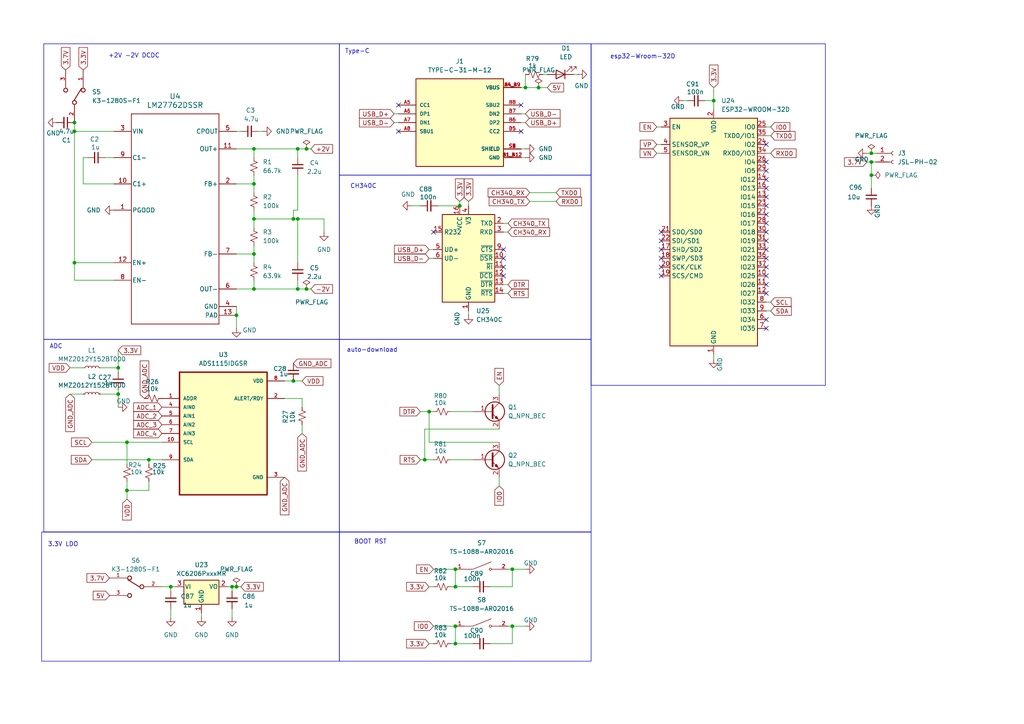
<source format=kicad_sch>
(kicad_sch (version 20231120) (generator "eeschema") (generator_version "8.0")
  (paper "A4")
  (lib_symbols
    (symbol "ADS1115IDGSR:ADS1115IDGSR" (pin_names (offset 1.016))
      (property "Reference" "U" (at -12.7 18.78 0))
      (property "Value" "ADS1115IDGSR" (at -12.7 -21.78 0))
      (symbol "ADS1115IDGSR_0_0"
        (pin input line (at -17.78 10.16 0) (length 5.08) (name "ADDR") (number "1"))
        (pin input line (at -17.78 -2.54 0) (length 5.08) (name "SCL") (number "10"))
        (pin output line (at 17.78 10.16 180) (length 5.08) (name "ALERT/RDY") (number "2"))
        (pin power_in line (at 17.78 -12.7 180) (length 5.08) (name "GND") (number "3"))
        (pin input line (at -17.78 7.62 0) (length 5.08) (name "AIN0") (number "4"))
        (pin input line (at -17.78 5.08 0) (length 5.08) (name "AIN1") (number "5"))
        (pin input line (at -17.78 2.54 0) (length 5.08) (name "AIN2") (number "6"))
        (pin input line (at -17.78 0 0) (length 5.08) (name "AIN3") (number "7"))
        (pin power_in line (at 17.78 15.24 180) (length 5.08) (name "VDD") (number "8"))
        (pin bidirectional line (at -17.78 -7.62 0) (length 5.08) (name "SDA") (number "9"))
      )
    )
    (symbol "Connector:Conn_01x02_Socket" (pin_names (offset 1.016) hide)
      (property "Reference" "J" (at 0 2.54 0))
      (property "Value" "Conn_01x02_Socket" (at 0 -5.08 0))
      (symbol "Conn_01x02_Socket_1_1"
        (pin passive line (at -5.08 0 0) (length 3.81) (name "Pin_1") (number "1"))
        (pin passive line (at -5.08 -2.54 0) (length 3.81) (name "Pin_2") (number "2"))
      )
    )
    (symbol "Device:C_Small" (pin_numbers hide) (pin_names (offset 0.254) hide)
      (property "Reference" "C" (at 0.254 1.778 0))
      (property "Value" "C_Small" (at 0.254 -2.032 0))
      (symbol "C_Small_1_1"
        (pin passive line (at 0 2.54 270) (length 2.032) (name "~") (number "1"))
        (pin passive line (at 0 -2.54 90) (length 2.032) (name "~") (number "2"))
      )
    )
    (symbol "Device:LED" (pin_numbers hide) (pin_names (offset 1.016) hide)
      (property "Reference" "D" (at 0 2.54 0))
      (property "Value" "LED" (at 0 -2.54 0))
      (symbol "LED_1_1"
        (pin passive line (at -3.81 0 0) (length 2.54) (name "K") (number "1"))
        (pin passive line (at 3.81 0 180) (length 2.54) (name "A") (number "2"))
      )
    )
    (symbol "Device:L_Small" (pin_numbers hide) (pin_names (offset 0.254) hide)
      (property "Reference" "L" (at 0.762 1.016 0))
      (property "Value" "L_Small" (at 0.762 -1.016 0))
      (symbol "L_Small_1_1"
        (pin passive line (at 0 2.54 270) (length 0.508) (name "~") (number "1"))
        (pin passive line (at 0 -2.54 90) (length 0.508) (name "~") (number "2"))
      )
    )
    (symbol "Device:Q_NPN_BEC" (pin_names (offset 0) hide)
      (property "Reference" "Q" (at 5.08 1.27 0))
      (property "Value" "Q_NPN_BEC" (at 5.08 -1.27 0))
      (symbol "Q_NPN_BEC_1_1"
        (pin input line (at -5.08 0 0) (length 5.715) (name "B") (number "1"))
        (pin passive line (at 2.54 -5.08 90) (length 2.54) (name "E") (number "2"))
        (pin passive line (at 2.54 5.08 270) (length 2.54) (name "C") (number "3"))
      )
    )
    (symbol "Device:R_Small_US" (pin_numbers hide) (pin_names (offset 0.254) hide)
      (property "Reference" "R" (at 0.762 0.508 0))
      (property "Value" "R_Small_US" (at 0.762 -1.016 0))
      (symbol "R_Small_US_1_1"
        (pin passive line (at 0 2.54 270) (length 1.016) (name "~") (number "1"))
        (pin passive line (at 0 -2.54 90) (length 1.016) (name "~") (number "2"))
      )
    )
    (symbol "Interface_USB:CH340C"
      (property "Reference" "U" (at -5.08 13.97 0))
      (property "Value" "CH340C" (at 1.27 13.97 0))
      (symbol "CH340C_1_1"
        (pin power_in line (at 0 -15.24 90) (length 2.54) (name "GND") (number "1"))
        (pin input line (at 10.16 0 180) (length 2.54) (name "~{DSR}") (number "10"))
        (pin input line (at 10.16 -2.54 180) (length 2.54) (name "~{RI}") (number "11"))
        (pin input line (at 10.16 -5.08 180) (length 2.54) (name "~{DCD}") (number "12"))
        (pin output line (at 10.16 -7.62 180) (length 2.54) (name "~{DTR}") (number "13"))
        (pin output line (at 10.16 -10.16 180) (length 2.54) (name "~{RTS}") (number "14"))
        (pin input line (at -10.16 7.62 0) (length 2.54) (name "R232") (number "15"))
        (pin power_in line (at -2.54 15.24 270) (length 2.54) (name "VCC") (number "16"))
        (pin output line (at 10.16 10.16 180) (length 2.54) (name "TXD") (number "2"))
        (pin input line (at 10.16 7.62 180) (length 2.54) (name "RXD") (number "3"))
        (pin power_out line (at 0 15.24 270) (length 2.54) (name "V3") (number "4"))
        (pin bidirectional line (at -10.16 2.54 0) (length 2.54) (name "UD+") (number "5"))
        (pin bidirectional line (at -10.16 0 0) (length 2.54) (name "UD-") (number "6"))
        (pin no_connect line (at -7.62 -5.08 0) (length 2.54) hide (name "NC") (number "7"))
        (pin no_connect line (at -7.62 -7.62 0) (length 2.54) hide (name "NC") (number "8"))
        (pin input line (at 10.16 2.54 180) (length 2.54) (name "~{CTS}") (number "9"))
      )
    )
    (symbol "JS102011SAQN:JS102011SAQN" (pin_names (offset 1.016))
      (property "Reference" "S" (at -7.6229 5.0819 0))
      (property "Value" "JS102011SAQN" (at -7.6286 -5.0857 0))
      (symbol "JS102011SAQN_0_0"
        (pin passive line (at -7.62 2.54 0) (length 5.08) (name "~") (number "1"))
        (pin passive line (at 7.62 0 180) (length 5.08) (name "~") (number "2"))
        (pin passive line (at -7.62 -2.54 0) (length 5.08) (name "~") (number "3"))
      )
    )
    (symbol "LM27762DSSR:LM27762DSSR" (pin_names (offset 0.254))
      (property "Reference" "U" (at 0 2.54 0))
      (property "Value" "LM27762DSSR" (at 0 0 0))
      (symbol "LM27762DSSR_0_1"
        (pin open_collector line (at -17.78 2.54 0) (length 5.08) (name "PGOOD") (number "1"))
        (pin unspecified line (at -17.78 10.16 0) (length 5.08) (name "C1+") (number "10"))
        (pin power_in line (at 17.78 20.32 180) (length 5.08) (name "OUT+") (number "11"))
        (pin input line (at -17.78 -12.7 0) (length 5.08) (name "EN+") (number "12"))
        (pin power_in line (at 17.78 -27.94 180) (length 5.08) (name "PAD") (number "13"))
        (pin input line (at 17.78 10.16 180) (length 5.08) (name "FB+") (number "2"))
        (pin power_in line (at -17.78 25.4 0) (length 5.08) (name "VIN") (number "3"))
        (pin power_in line (at 17.78 -25.4 180) (length 5.08) (name "GND") (number "4"))
        (pin power_in line (at 17.78 25.4 180) (length 5.08) (name "CPOUT") (number "5"))
        (pin power_in line (at 17.78 -20.32 180) (length 5.08) (name "OUT-") (number "6"))
        (pin input line (at 17.78 -10.16 180) (length 5.08) (name "FB-") (number "7"))
        (pin input line (at -17.78 -17.78 0) (length 5.08) (name "EN-") (number "8"))
        (pin unspecified line (at -17.78 17.78 0) (length 5.08) (name "C1-") (number "9"))
      )
    )
    (symbol "RF_Module:ESP32-WROOM-32D"
      (property "Reference" "U" (at -12.7 34.29 0))
      (property "Value" "ESP32-WROOM-32D" (at 1.27 34.29 0))
      (symbol "ESP32-WROOM-32D_1_1"
        (pin power_in line (at 0 -35.56 90) (length 2.54) (name "GND") (number "1"))
        (pin bidirectional line (at 15.24 -12.7 180) (length 2.54) (name "IO25") (number "10"))
        (pin bidirectional line (at 15.24 -15.24 180) (length 2.54) (name "IO26") (number "11"))
        (pin bidirectional line (at 15.24 -17.78 180) (length 2.54) (name "IO27") (number "12"))
        (pin bidirectional line (at 15.24 10.16 180) (length 2.54) (name "IO14") (number "13"))
        (pin bidirectional line (at 15.24 15.24 180) (length 2.54) (name "IO12") (number "14"))
        (pin passive line (at 0 -35.56 90) (length 2.54) hide (name "GND") (number "15"))
        (pin bidirectional line (at 15.24 12.7 180) (length 2.54) (name "IO13") (number "16"))
        (pin bidirectional line (at -15.24 -5.08 0) (length 2.54) (name "SHD/SD2") (number "17"))
        (pin bidirectional line (at -15.24 -7.62 0) (length 2.54) (name "SWP/SD3") (number "18"))
        (pin bidirectional line (at -15.24 -12.7 0) (length 2.54) (name "SCS/CMD") (number "19"))
        (pin power_in line (at 0 35.56 270) (length 2.54) (name "VDD") (number "2"))
        (pin bidirectional line (at -15.24 -10.16 0) (length 2.54) (name "SCK/CLK") (number "20"))
        (pin bidirectional line (at -15.24 0 0) (length 2.54) (name "SDO/SD0") (number "21"))
        (pin bidirectional line (at -15.24 -2.54 0) (length 2.54) (name "SDI/SD1") (number "22"))
        (pin bidirectional line (at 15.24 7.62 180) (length 2.54) (name "IO15") (number "23"))
        (pin bidirectional line (at 15.24 25.4 180) (length 2.54) (name "IO2") (number "24"))
        (pin bidirectional line (at 15.24 30.48 180) (length 2.54) (name "IO0") (number "25"))
        (pin bidirectional line (at 15.24 20.32 180) (length 2.54) (name "IO4") (number "26"))
        (pin bidirectional line (at 15.24 5.08 180) (length 2.54) (name "IO16") (number "27"))
        (pin bidirectional line (at 15.24 2.54 180) (length 2.54) (name "IO17") (number "28"))
        (pin bidirectional line (at 15.24 17.78 180) (length 2.54) (name "IO5") (number "29"))
        (pin input line (at -15.24 30.48 0) (length 2.54) (name "EN") (number "3"))
        (pin bidirectional line (at 15.24 0 180) (length 2.54) (name "IO18") (number "30"))
        (pin bidirectional line (at 15.24 -2.54 180) (length 2.54) (name "IO19") (number "31"))
        (pin no_connect line (at -12.7 -27.94 0) (length 2.54) hide (name "NC") (number "32"))
        (pin bidirectional line (at 15.24 -5.08 180) (length 2.54) (name "IO21") (number "33"))
        (pin bidirectional line (at 15.24 22.86 180) (length 2.54) (name "RXD0/IO3") (number "34"))
        (pin bidirectional line (at 15.24 27.94 180) (length 2.54) (name "TXD0/IO1") (number "35"))
        (pin bidirectional line (at 15.24 -7.62 180) (length 2.54) (name "IO22") (number "36"))
        (pin bidirectional line (at 15.24 -10.16 180) (length 2.54) (name "IO23") (number "37"))
        (pin passive line (at 0 -35.56 90) (length 2.54) hide (name "GND") (number "38"))
        (pin passive line (at 0 -35.56 90) (length 2.54) hide (name "GND") (number "39"))
        (pin input line (at -15.24 25.4 0) (length 2.54) (name "SENSOR_VP") (number "4"))
        (pin input line (at -15.24 22.86 0) (length 2.54) (name "SENSOR_VN") (number "5"))
        (pin input line (at 15.24 -25.4 180) (length 2.54) (name "IO34") (number "6"))
        (pin input line (at 15.24 -27.94 180) (length 2.54) (name "IO35") (number "7"))
        (pin bidirectional line (at 15.24 -20.32 180) (length 2.54) (name "IO32") (number "8"))
        (pin bidirectional line (at 15.24 -22.86 180) (length 2.54) (name "IO33") (number "9"))
      )
    )
    (symbol "Regulator_Linear:XC6206PxxxMR" (pin_names (offset 0.254))
      (property "Reference" "U" (at -3.81 3.175 0))
      (property "Value" "XC6206PxxxMR" (at 0 3.175 0))
      (symbol "XC6206PxxxMR_1_1"
        (pin power_in line (at 0 -7.62 90) (length 2.54) (name "GND") (number "1"))
        (pin power_out line (at 7.62 0 180) (length 2.54) (name "VO") (number "2"))
        (pin power_in line (at -7.62 0 0) (length 2.54) (name "VI") (number "3"))
      )
    )
    (symbol "TS-1088-AR02016:TS-1088-AR02016" (pin_names (offset 1.016))
      (property "Reference" "S" (at -2.54 2.54 0))
      (property "Value" "TS-1088-AR02016" (at -2.54 -2.54 0))
      (symbol "TS-1088-AR02016_0_0"
        (pin passive line (at -7.62 0 0) (length 2.54) (name "~") (number "1"))
        (pin passive line (at 7.62 0 180) (length 2.54) (name "~") (number "2"))
      )
    )
    (symbol "TYPE-C-31-M-12:TYPE-C-31-M-12" (pin_names (offset 1.016))
      (property "Reference" "J" (at -12.7 13.462 0))
      (property "Value" "TYPE-C-31-M-12" (at -12.7 -13.462 0))
      (symbol "TYPE-C-31-M-12_0_0"
        (pin power_in line (at 17.78 -10.16 180) (length 5.08) (name "GND") (number "A1_B12"))
        (pin power_in line (at 17.78 10.16 180) (length 5.08) (name "VBUS") (number "A4_B9"))
        (pin bidirectional line (at -17.78 5.08 0) (length 5.08) (name "CC1") (number "A5"))
        (pin bidirectional line (at -17.78 2.54 0) (length 5.08) (name "DP1") (number "A6"))
        (pin bidirectional line (at -17.78 0 0) (length 5.08) (name "DN1") (number "A7"))
        (pin bidirectional line (at -17.78 -2.54 0) (length 5.08) (name "SBU1") (number "A8"))
        (pin power_in line (at 17.78 -10.16 180) (length 5.08) (name "GND") (number "B1_A12"))
        (pin power_in line (at 17.78 10.16 180) (length 5.08) (name "VBUS") (number "B4_A9"))
        (pin bidirectional line (at 17.78 -2.54 180) (length 5.08) (name "CC2") (number "B5"))
        (pin bidirectional line (at 17.78 0 180) (length 5.08) (name "DP2") (number "B6"))
        (pin bidirectional line (at 17.78 2.54 180) (length 5.08) (name "DN2") (number "B7"))
        (pin bidirectional line (at 17.78 5.08 180) (length 5.08) (name "SBU2") (number "B8"))
        (pin passive line (at 17.78 -7.62 180) (length 5.08) (name "SHIELD") (number "S1"))
        (pin passive line (at 17.78 -7.62 180) (length 5.08) (name "SHIELD") (number "S2"))
        (pin passive line (at 17.78 -7.62 180) (length 5.08) (name "SHIELD") (number "S3"))
        (pin passive line (at 17.78 -7.62 180) (length 5.08) (name "SHIELD") (number "S4"))
      )
    )
    (symbol "power:GND" (power) (pin_numbers hide) (pin_names (offset 0) hide)
      (property "Value" "GND" (at 0 -3.81 0))
      (symbol "GND_1_1"
        (pin power_in line (at 0 0 270) (length 0) (name "~") (number "1"))
      )
    )
    (symbol "power:PWR_FLAG" (power) (pin_numbers hide) (pin_names (offset 0) hide)
      (property "Value" "PWR_FLAG" (at 0 3.81 0))
      (symbol "PWR_FLAG_0_0"
        (pin power_out line (at 0 0 90) (length 0) (name "~") (number "1"))
      )
    )
  )
  (junction (at 34.29 106.68))
  (junction (at 73.66 43.18))
  (junction (at 124.46 119.38))
  (junction (at 88.9 83.82))
  (junction (at 132.08 170.18))
  (junction (at 132.08 165.1))
  (junction (at 36.83 128.27))
  (junction (at 67.31 170.18))
  (junction (at 252.73 46.99))
  (junction (at 68.58 91.44))
  (junction (at 43.18 133.35))
  (junction (at 148.59 165.1))
  (junction (at 86.36 63.5))
  (junction (at 152.4 25.4))
  (junction (at 21.59 76.2))
  (junction (at 88.9 43.18))
  (junction (at 207.01 29.21))
  (junction (at 73.66 73.66))
  (junction (at 86.36 43.18))
  (junction (at 133.35 59.69))
  (junction (at 21.59 35.56))
  (junction (at 252.73 44.45))
  (junction (at 49.53 170.18))
  (junction (at 86.36 83.82))
  (junction (at 21.59 38.1))
  (junction (at 73.66 53.34))
  (junction (at 68.58 170.18))
  (junction (at 156.21 25.4))
  (junction (at 73.66 63.5))
  (junction (at 36.83 142.24))
  (junction (at 132.08 181.61))
  (junction (at 132.08 186.69))
  (junction (at 73.66 83.82))
  (junction (at 85.09 63.5))
  (junction (at 123.19 133.35))
  (junction (at 85.09 110.49))
  (junction (at 34.29 114.3))
  (junction (at 148.59 181.61))
  (junction (at 252.73 50.8))
  (no_connect (at 222.25 57.15))
  (no_connect (at 191.77 67.31))
  (no_connect (at 146.05 72.39))
  (no_connect (at 222.25 62.23))
  (no_connect (at 222.25 72.39))
  (no_connect (at 151.13 30.48))
  (no_connect (at 115.57 38.1))
  (no_connect (at 222.25 80.01))
  (no_connect (at 222.25 41.91))
  (no_connect (at 191.77 80.01))
  (no_connect (at 222.25 69.85))
  (no_connect (at 146.05 74.93))
  (no_connect (at 222.25 54.61))
  (no_connect (at 125.73 67.31))
  (no_connect (at 191.77 72.39))
  (no_connect (at 222.25 95.25))
  (no_connect (at 222.25 52.07))
  (no_connect (at 222.25 49.53))
  (no_connect (at 151.13 38.1))
  (no_connect (at 222.25 67.31))
  (no_connect (at 191.77 69.85))
  (no_connect (at 222.25 85.09))
  (no_connect (at 222.25 64.77))
  (no_connect (at 222.25 77.47))
  (no_connect (at 222.25 74.93))
  (no_connect (at 191.77 74.93))
  (no_connect (at 222.25 59.69))
  (no_connect (at 146.05 77.47))
  (no_connect (at 222.25 46.99))
  (no_connect (at 115.57 30.48))
  (no_connect (at 222.25 92.71))
  (no_connect (at 222.25 82.55))
  (no_connect (at 146.05 80.01))
  (no_connect (at 191.77 77.47))
  (wire (pts (xy 68.58 170.18) (xy 69.85 170.18)))
  (wire (pts (xy 73.66 63.5) (xy 85.09 63.5)))
  (wire (pts (xy 144.78 111.76) (xy 144.78 114.3)))
  (wire (pts (xy 252.73 50.8) (xy 252.73 54.61)))
  (wire (pts (xy 123.19 133.35) (xy 121.92 133.35)))
  (wire (pts (xy 130.81 186.69) (xy 132.08 186.69)))
  (wire (pts (xy 20.32 106.68) (xy 24.13 106.68)))
  (wire (pts (xy 124.46 119.38) (xy 125.73 119.38)))
  (wire (pts (xy 21.59 35.56) (xy 21.59 38.1)))
  (wire (pts (xy 33.02 45.72) (xy 30.48 45.72)))
  (wire (pts (xy 252.73 44.45) (xy 254 44.45)))
  (wire (pts (xy 152.4 25.4) (xy 156.21 25.4)))
  (wire (pts (xy 130.81 133.35) (xy 137.16 133.35)))
  (wire (pts (xy 73.66 81.28) (xy 73.66 83.82)))
  (wire (pts (xy 20.32 114.3) (xy 24.13 114.3)))
  (wire (pts (xy 85.09 110.49) (xy 87.63 110.49)))
  (wire (pts (xy 207.01 29.21) (xy 207.01 31.75)))
  (wire (pts (xy 222.25 39.37) (xy 223.52 39.37)))
  (wire (pts (xy 86.36 60.96) (xy 85.09 60.96)))
  (wire (pts (xy 34.29 114.3) (xy 34.29 118.11)))
  (wire (pts (xy 148.59 170.18) (xy 148.59 165.1)))
  (wire (pts (xy 73.66 60.96) (xy 73.66 63.5)))
  (wire (pts (xy 151.13 25.4) (xy 152.4 25.4)))
  (wire (pts (xy 132.08 170.18) (xy 137.16 170.18)))
  (wire (pts (xy 68.58 53.34) (xy 73.66 53.34)))
  (wire (pts (xy 86.36 45.72) (xy 86.36 43.18)))
  (wire (pts (xy 82.55 115.57) (xy 87.63 115.57)))
  (wire (pts (xy 36.83 128.27) (xy 46.99 128.27)))
  (wire (pts (xy 198.12 29.21) (xy 199.39 29.21)))
  (wire (pts (xy 73.66 53.34) (xy 73.66 55.88)))
  (wire (pts (xy 26.67 128.27) (xy 36.83 128.27)))
  (wire (pts (xy 34.29 113.03) (xy 34.29 114.3)))
  (wire (pts (xy 86.36 63.5) (xy 93.98 63.5)))
  (wire (pts (xy 147.32 181.61) (xy 148.59 181.61)))
  (wire (pts (xy 85.09 60.96) (xy 85.09 63.5)))
  (wire (pts (xy 68.58 88.9) (xy 68.58 91.44)))
  (wire (pts (xy 146.05 67.31) (xy 147.32 67.31)))
  (wire (pts (xy 34.29 101.6) (xy 34.29 106.68)))
  (wire (pts (xy 123.19 124.46) (xy 123.19 133.35)))
  (wire (pts (xy 146.05 82.55) (xy 147.32 82.55)))
  (wire (pts (xy 148.59 186.69) (xy 148.59 181.61)))
  (wire (pts (xy 146.05 64.77) (xy 147.32 64.77)))
  (wire (pts (xy 46.99 170.18) (xy 49.53 170.18)))
  (wire (pts (xy 207.01 102.87) (xy 207.01 104.14)))
  (wire (pts (xy 73.66 50.8) (xy 73.66 53.34)))
  (wire (pts (xy 36.83 142.24) (xy 36.83 144.78)))
  (wire (pts (xy 156.21 25.4) (xy 158.75 25.4)))
  (wire (pts (xy 73.66 83.82) (xy 86.36 83.82)))
  (wire (pts (xy 33.02 81.28) (xy 21.59 81.28)))
  (wire (pts (xy 21.59 38.1) (xy 33.02 38.1)))
  (wire (pts (xy 68.58 91.44) (xy 68.58 95.25)))
  (wire (pts (xy 43.18 139.7) (xy 43.18 142.24)))
  (wire (pts (xy 86.36 50.8) (xy 86.36 60.96)))
  (wire (pts (xy 24.13 45.72) (xy 24.13 53.34)))
  (wire (pts (xy 124.46 170.18) (xy 125.73 170.18)))
  (wire (pts (xy 153.67 58.42) (xy 161.29 58.42)))
  (wire (pts (xy 142.24 186.69) (xy 148.59 186.69)))
  (wire (pts (xy 222.25 44.45) (xy 223.52 44.45)))
  (wire (pts (xy 115.57 33.02) (xy 114.3 33.02)))
  (wire (pts (xy 73.66 43.18) (xy 73.66 45.72)))
  (wire (pts (xy 153.67 55.88) (xy 161.29 55.88)))
  (wire (pts (xy 49.53 170.18) (xy 49.53 171.45)))
  (wire (pts (xy 124.46 128.27) (xy 124.46 119.38)))
  (wire (pts (xy 130.81 119.38) (xy 137.16 119.38)))
  (wire (pts (xy 73.66 73.66) (xy 73.66 76.2)))
  (wire (pts (xy 130.81 170.18) (xy 132.08 170.18)))
  (wire (pts (xy 86.36 83.82) (xy 88.9 83.82)))
  (wire (pts (xy 144.78 128.27) (xy 124.46 128.27)))
  (wire (pts (xy 86.36 76.2) (xy 86.36 63.5)))
  (wire (pts (xy 21.59 38.1) (xy 21.59 76.2)))
  (wire (pts (xy 43.18 133.35) (xy 43.18 134.62)))
  (wire (pts (xy 87.63 123.19) (xy 87.63 125.73)))
  (wire (pts (xy 135.89 90.17) (xy 135.89 91.44)))
  (wire (pts (xy 152.4 21.59) (xy 152.4 25.4)))
  (wire (pts (xy 73.66 63.5) (xy 73.66 66.04)))
  (wire (pts (xy 119.38 59.69) (xy 121.92 59.69)))
  (wire (pts (xy 146.05 85.09) (xy 147.32 85.09)))
  (wire (pts (xy 86.36 81.28) (xy 86.36 83.82)))
  (wire (pts (xy 222.25 87.63) (xy 223.52 87.63)))
  (wire (pts (xy 29.21 114.3) (xy 34.29 114.3)))
  (wire (pts (xy 125.73 181.61) (xy 132.08 181.61)))
  (wire (pts (xy 36.83 139.7) (xy 36.83 142.24)))
  (wire (pts (xy 252.73 46.99) (xy 252.73 50.8)))
  (wire (pts (xy 36.83 142.24) (xy 43.18 142.24)))
  (wire (pts (xy 114.3 35.56) (xy 115.57 35.56)))
  (wire (pts (xy 24.13 53.34) (xy 33.02 53.34)))
  (wire (pts (xy 82.55 110.49) (xy 85.09 110.49)))
  (wire (pts (xy 34.29 106.68) (xy 34.29 107.95)))
  (wire (pts (xy 124.46 186.69) (xy 125.73 186.69)))
  (wire (pts (xy 158.75 21.59) (xy 157.48 21.59)))
  (wire (pts (xy 68.58 83.82) (xy 73.66 83.82)))
  (wire (pts (xy 190.5 36.83) (xy 191.77 36.83)))
  (wire (pts (xy 67.31 176.53) (xy 67.31 179.07)))
  (wire (pts (xy 67.31 170.18) (xy 67.31 171.45)))
  (wire (pts (xy 85.09 63.5) (xy 86.36 63.5)))
  (wire (pts (xy 25.4 45.72) (xy 24.13 45.72)))
  (wire (pts (xy 21.59 81.28) (xy 21.59 76.2)))
  (wire (pts (xy 167.64 21.59) (xy 166.37 21.59)))
  (wire (pts (xy 74.93 38.1) (xy 76.2 38.1)))
  (wire (pts (xy 124.46 74.93) (xy 125.73 74.93)))
  (wire (pts (xy 148.59 181.61) (xy 152.4 181.61)))
  (wire (pts (xy 132.08 165.1) (xy 132.08 170.18)))
  (wire (pts (xy 132.08 181.61) (xy 132.08 186.69)))
  (wire (pts (xy 142.24 170.18) (xy 148.59 170.18)))
  (wire (pts (xy 204.47 29.21) (xy 207.01 29.21)))
  (wire (pts (xy 151.13 33.02) (xy 152.4 33.02)))
  (wire (pts (xy 29.21 106.68) (xy 34.29 106.68)))
  (wire (pts (xy 252.73 46.99) (xy 254 46.99)))
  (wire (pts (xy 88.9 43.18) (xy 90.17 43.18)))
  (wire (pts (xy 151.13 43.18) (xy 152.4 43.18)))
  (wire (pts (xy 68.58 38.1) (xy 69.85 38.1)))
  (wire (pts (xy 144.78 124.46) (xy 123.19 124.46)))
  (wire (pts (xy 144.78 138.43) (xy 144.78 140.97)))
  (wire (pts (xy 86.36 43.18) (xy 88.9 43.18)))
  (wire (pts (xy 68.58 73.66) (xy 73.66 73.66)))
  (wire (pts (xy 123.19 133.35) (xy 125.73 133.35)))
  (wire (pts (xy 36.83 128.27) (xy 36.83 134.62)))
  (wire (pts (xy 124.46 72.39) (xy 125.73 72.39)))
  (wire (pts (xy 26.67 133.35) (xy 43.18 133.35)))
  (wire (pts (xy 88.9 83.82) (xy 90.17 83.82)))
  (wire (pts (xy 87.63 115.57) (xy 87.63 118.11)))
  (wire (pts (xy 147.32 165.1) (xy 148.59 165.1)))
  (wire (pts (xy 68.58 43.18) (xy 73.66 43.18)))
  (wire (pts (xy 125.73 165.1) (xy 132.08 165.1)))
  (wire (pts (xy 251.46 44.45) (xy 252.73 44.45)))
  (wire (pts (xy 133.35 58.42) (xy 133.35 59.69)))
  (wire (pts (xy 49.53 176.53) (xy 49.53 179.07)))
  (wire (pts (xy 132.08 186.69) (xy 137.16 186.69)))
  (wire (pts (xy 222.25 36.83) (xy 223.52 36.83)))
  (wire (pts (xy 93.98 63.5) (xy 93.98 67.31)))
  (wire (pts (xy 190.5 41.91) (xy 191.77 41.91)))
  (wire (pts (xy 67.31 170.18) (xy 68.58 170.18)))
  (wire (pts (xy 135.89 58.42) (xy 135.89 59.69)))
  (wire (pts (xy 73.66 71.12) (xy 73.66 73.66)))
  (wire (pts (xy 222.25 90.17) (xy 223.52 90.17)))
  (wire (pts (xy 251.46 46.99) (xy 252.73 46.99)))
  (wire (pts (xy 66.04 170.18) (xy 67.31 170.18)))
  (wire (pts (xy 151.13 35.56) (xy 152.4 35.56)))
  (wire (pts (xy 21.59 76.2) (xy 33.02 76.2)))
  (wire (pts (xy 207.01 25.4) (xy 207.01 29.21)))
  (wire (pts (xy 148.59 165.1) (xy 152.4 165.1)))
  (wire (pts (xy 151.13 45.72) (xy 152.4 45.72)))
  (wire (pts (xy 43.18 133.35) (xy 46.99 133.35)))
  (wire (pts (xy 127 59.69) (xy 133.35 59.69)))
  (wire (pts (xy 121.92 119.38) (xy 124.46 119.38)))
  (wire (pts (xy 190.5 44.45) (xy 191.77 44.45)))
  (wire (pts (xy 73.66 43.18) (xy 86.36 43.18)))
  (wire (pts (xy 58.42 177.8) (xy 58.42 179.07)))
  (wire (pts (xy 49.53 170.18) (xy 50.8 170.18)))
  (rectangle (start 12.065 154.305) (end 98.425 191.77))
  (rectangle (start 171.45 12.7) (end 239.395 111.76))
  (rectangle (start 98.425 98.425) (end 171.45 154.305))
  (rectangle (start 12.7 98.425) (end 98.425 154.305))
  (rectangle (start 98.425 154.305) (end 171.45 191.77))
  (rectangle (start 12.7 12.7) (end 98.425 98.425))
  (rectangle (start 98.425 50.8) (end 171.45 98.425))
  (rectangle (start 98.425 12.7) (end 171.45 50.8))
  (text "ADC" (at 16.256 100.584 0) (effects (font (size 1.27 1.27))))
  (text "BOOT RST" (at 107.442 157.226 0) (effects (font (size 1.27 1.27))))
  (text "CH340C" (at 105.41 54.102 0) (effects (font (size 1.27 1.27))))
  (text "3.3V LDO" (at 18.288 157.988 0) (effects (font (size 1.27 1.27))))
  (text "auto-download" (at 107.95 101.6 0) (effects (font (size 1.27 1.27))))
  (text "+2V -2V DCDC" (at 38.862 16.256 0) (effects (font (size 1.27 1.27))))
  (text "Type-C" (at 103.632 14.986 0) (effects (font (size 1.27 1.27))))
  (text "esp32-Wroom-32D" (at 186.436 16.51 0) (effects (font (size 1.27 1.27))))
  (global_label "CH340_RX" (shape input) (at 147.32 67.31 0) (property "Intersheetrefs" "${INTERSHEET_REFS}" (effects (hide yes))))
  (global_label "3.3V" (shape input) (at 69.85 170.18 0) (property "Intersheetrefs" "${INTERSHEET_REFS}" (effects (hide yes))))
  (global_label "3.3V" (shape input) (at 133.35 58.42 90) (property "Intersheetrefs" "${INTERSHEET_REFS}" (effects (hide yes))))
  (global_label "3.7V" (shape input) (at 19.05 20.32 90) (property "Intersheetrefs" "${INTERSHEET_REFS}" (effects (hide yes))))
  (global_label "SCL" (shape input) (at 26.67 128.27 180) (property "Intersheetrefs" "${INTERSHEET_REFS}" (effects (hide yes))))
  (global_label "RXD0" (shape input) (at 161.29 58.42 0) (property "Intersheetrefs" "${INTERSHEET_REFS}" (effects (hide yes))))
  (global_label "EN" (shape input) (at 125.73 165.1 180) (property "Intersheetrefs" "${INTERSHEET_REFS}" (effects (hide yes))))
  (global_label "5V" (shape input) (at 31.75 172.72 180) (property "Intersheetrefs" "${INTERSHEET_REFS}" (effects (hide yes))))
  (global_label "RXD0" (shape input) (at 223.52 44.45 0) (property "Intersheetrefs" "${INTERSHEET_REFS}" (effects (hide yes))))
  (global_label "-2V" (shape input) (at 90.17 83.82 0) (property "Intersheetrefs" "${INTERSHEET_REFS}" (effects (hide yes))))
  (global_label "RTS" (shape input) (at 147.32 85.09 0) (property "Intersheetrefs" "${INTERSHEET_REFS}" (effects (hide yes))))
  (global_label "+2V" (shape input) (at 90.17 43.18 0) (property "Intersheetrefs" "${INTERSHEET_REFS}" (effects (hide yes))))
  (global_label "VP" (shape input) (at 190.5 41.91 180) (property "Intersheetrefs" "${INTERSHEET_REFS}" (effects (hide yes))))
  (global_label "VDD" (shape input) (at 20.32 106.68 180) (property "Intersheetrefs" "${INTERSHEET_REFS}" (effects (hide yes))))
  (global_label "3.7V" (shape input) (at 251.46 46.99 180) (property "Intersheetrefs" "${INTERSHEET_REFS}" (effects (hide yes))))
  (global_label "USB_D-" (shape input) (at 114.3 35.56 180) (property "Intersheetrefs" "${INTERSHEET_REFS}" (effects (hide yes))))
  (global_label "VDD" (shape input) (at 36.83 144.78 270) (property "Intersheetrefs" "${INTERSHEET_REFS}" (effects (hide yes))))
  (global_label "TXD0" (shape input) (at 223.52 39.37 0) (property "Intersheetrefs" "${INTERSHEET_REFS}" (effects (hide yes))))
  (global_label "USB_D+" (shape input) (at 124.46 72.39 180) (property "Intersheetrefs" "${INTERSHEET_REFS}" (effects (hide yes))))
  (global_label "GND_ADC" (shape input) (at 87.63 125.73 270) (property "Intersheetrefs" "${INTERSHEET_REFS}" (effects (hide yes))))
  (global_label "IO0" (shape input) (at 223.52 36.83 0) (property "Intersheetrefs" "${INTERSHEET_REFS}" (effects (hide yes))))
  (global_label "ADC_4" (shape input) (at 46.99 125.73 180) (property "Intersheetrefs" "${INTERSHEET_REFS}" (effects (hide yes))))
  (global_label "VN" (shape input) (at 190.5 44.45 180) (property "Intersheetrefs" "${INTERSHEET_REFS}" (effects (hide yes))))
  (global_label "TXD0" (shape input) (at 161.29 55.88 0) (property "Intersheetrefs" "${INTERSHEET_REFS}" (effects (hide yes))))
  (global_label "USB_D-" (shape input) (at 152.4 33.02 0) (property "Intersheetrefs" "${INTERSHEET_REFS}" (effects (hide yes))))
  (global_label "ADC_2" (shape input) (at 46.99 120.65 180) (property "Intersheetrefs" "${INTERSHEET_REFS}" (effects (hide yes))))
  (global_label "IO0" (shape input) (at 125.73 181.61 180) (property "Intersheetrefs" "${INTERSHEET_REFS}" (effects (hide yes))))
  (global_label "CH340_RX" (shape input) (at 153.67 55.88 180) (property "Intersheetrefs" "${INTERSHEET_REFS}" (effects (hide yes))))
  (global_label "DTR" (shape input) (at 121.92 119.38 180) (property "Intersheetrefs" "${INTERSHEET_REFS}" (effects (hide yes))))
  (global_label "USB_D+" (shape input) (at 152.4 35.56 0) (property "Intersheetrefs" "${INTERSHEET_REFS}" (effects (hide yes))))
  (global_label "SCL" (shape input) (at 223.52 87.63 0) (property "Intersheetrefs" "${INTERSHEET_REFS}" (effects (hide yes))))
  (global_label "CH340_TX" (shape input) (at 153.67 58.42 180) (property "Intersheetrefs" "${INTERSHEET_REFS}" (effects (hide yes))))
  (global_label "3.3V" (shape input) (at 207.01 25.4 90) (property "Intersheetrefs" "${INTERSHEET_REFS}" (effects (hide yes))))
  (global_label "3.3V" (shape input) (at 24.13 20.32 90) (property "Intersheetrefs" "${INTERSHEET_REFS}" (effects (hide yes))))
  (global_label "USB_D+" (shape input) (at 114.3 33.02 180) (property "Intersheetrefs" "${INTERSHEET_REFS}" (effects (hide yes))))
  (global_label "DTR" (shape input) (at 147.32 82.55 0) (property "Intersheetrefs" "${INTERSHEET_REFS}" (effects (hide yes))))
  (global_label "3.3V" (shape input) (at 135.89 58.42 90) (property "Intersheetrefs" "${INTERSHEET_REFS}" (effects (hide yes))))
  (global_label "5V" (shape input) (at 158.75 25.4 0) (property "Intersheetrefs" "${INTERSHEET_REFS}" (effects (hide yes))))
  (global_label "CH340_TX" (shape input) (at 147.32 64.77 0) (property "Intersheetrefs" "${INTERSHEET_REFS}" (effects (hide yes))))
  (global_label "GND_ADC" (shape input) (at 85.09 105.41 0) (property "Intersheetrefs" "${INTERSHEET_REFS}" (effects (hide yes))))
  (global_label "EN" (shape input) (at 190.5 36.83 180) (property "Intersheetrefs" "${INTERSHEET_REFS}" (effects (hide yes))))
  (global_label "USB_D-" (shape input) (at 124.46 74.93 180) (property "Intersheetrefs" "${INTERSHEET_REFS}" (effects (hide yes))))
  (global_label "GND_ADC" (shape input) (at 82.55 138.43 270) (property "Intersheetrefs" "${INTERSHEET_REFS}" (effects (hide yes))))
  (global_label "RTS" (shape input) (at 121.92 133.35 180) (property "Intersheetrefs" "${INTERSHEET_REFS}" (effects (hide yes))))
  (global_label "3.3V" (shape input) (at 34.29 101.6 0) (property "Intersheetrefs" "${INTERSHEET_REFS}" (effects (hide yes))))
  (global_label "ADC_3" (shape input) (at 46.99 123.19 180) (property "Intersheetrefs" "${INTERSHEET_REFS}" (effects (hide yes))))
  (global_label "3.3V" (shape input) (at 124.46 170.18 180) (property "Intersheetrefs" "${INTERSHEET_REFS}" (effects (hide yes))))
  (global_label "ADC_1" (shape input) (at 46.99 118.11 180) (property "Intersheetrefs" "${INTERSHEET_REFS}" (effects (hide yes))))
  (global_label "3.7V" (shape input) (at 31.75 167.64 180) (property "Intersheetrefs" "${INTERSHEET_REFS}" (effects (hide yes))))
  (global_label "3.3V" (shape input) (at 124.46 186.69 180) (property "Intersheetrefs" "${INTERSHEET_REFS}" (effects (hide yes))))
  (global_label "GND_ADC" (shape input) (at 20.32 114.3 270) (property "Intersheetrefs" "${INTERSHEET_REFS}" (effects (hide yes))))
  (global_label "EN" (shape input) (at 144.78 111.76 90) (property "Intersheetrefs" "${INTERSHEET_REFS}" (effects (hide yes))))
  (global_label "VDD" (shape input) (at 87.63 110.49 0) (property "Intersheetrefs" "${INTERSHEET_REFS}" (effects (hide yes))))
  (global_label "IO0" (shape input) (at 144.78 140.97 270) (property "Intersheetrefs" "${INTERSHEET_REFS}" (effects (hide yes))))
  (global_label "SDA" (shape input) (at 26.67 133.35 180) (property "Intersheetrefs" "${INTERSHEET_REFS}" (effects (hide yes))))
  (global_label "GND_ADC" (shape input) (at 41.91 115.57 90) (property "Intersheetrefs" "${INTERSHEET_REFS}" (effects (hide yes))))
  (global_label "SDA" (shape input) (at 223.52 90.17 0) (property "Intersheetrefs" "${INTERSHEET_REFS}" (effects (hide yes))))
  (symbol (lib_id "JS102011SAQN:JS102011SAQN") (at 39.37 170.18 0) (unit 1)
    (property "Reference" "S6" (at 39.37 162.56 0))
    (property "Value" "K3-1280S-F1" (at 39.37 165.1 0))
    (property "Footprint" "my_footprints:SW_JS102011SAQN" (effects (hide yes)))
    (property "MANUFACTURER" "C&K" (effects (hide yes)))
  )
  (symbol (lib_id "Device:C_Small") (at 139.7 170.18 90) (unit 1)
    (property "Reference" "C89" (at 140.208 166.37 90) (effects (justify left)))
    (property "Value" "100n" (at 139.446 167.894 90) (effects (justify left)))
    (property "Footprint" "Capacitor_SMD:C_0805_2012Metric" (effects (hide yes)))
    (property "Description" "Unpolarized capacitor, small symbol" (effects (hide yes)))
  )
  (symbol (lib_id "power:PWR_FLAG") (at 156.21 25.4 0) (unit 1)
    (property "Reference" "#FLG06" (effects (hide yes)))
    (property "Value" "PWR_FLAG" (at 156.21 20.32 0))
    (property "Description" "Special symbol for telling ERC where power comes from" (effects (hide yes)))
  )
  (symbol (lib_id "Device:Q_NPN_BEC") (at 142.24 119.38 0) (unit 1)
    (property "Reference" "Q1" (at 147.32 118.1099 0) (effects (justify left)))
    (property "Value" "Q_NPN_BEC" (at 147.32 120.6499 0) (effects (justify left)))
    (property "Footprint" "my_footprints:SOT-23" (effects (hide yes)))
    (property "Description" "NPN transistor, base/emitter/collector" (effects (hide yes)))
  )
  (symbol (lib_id "power:GND") (at 93.98 67.31 0) (unit 1)
    (property "Reference" "#PWR06" (effects (hide yes)))
    (property "Value" "GND" (at 93.98 72.39 0))
    (property "Description" "Power symbol creates a global label with name \"GND\" , ground" (effects (hide yes)))
  )
  (symbol (lib_id "TYPE-C-31-M-12:TYPE-C-31-M-12") (at 133.35 35.56 0) (unit 1)
    (property "Reference" "J1" (at 133.35 17.78 0))
    (property "Value" "TYPE-C-31-M-12" (at 133.35 20.32 0))
    (property "Footprint" "my_footprints:HRO_TYPE-C-31-M-12" (effects (hide yes)))
    (property "MF" "HRO Electronics Co., Ltd." (effects (hide yes)))
    (property "MAXIMUM_PACKAGE_HEIGHT" "3.26 mm" (effects (hide yes)))
    (property "Package" "Package" (effects (hide yes)))
    (property "Price" "None" (effects (hide yes)))
    (property "Check_prices" "https://www.snapeda.com/parts/TYPE-C-31-M-12/HRO+Electronics+Co.%252C+Ltd./view-part/?ref=eda" (effects (hide yes)))
    (property "STANDARD" "Manufacturer Recommendations" (effects (hide yes)))
    (property "PARTREV" "2020.12.08" (effects (hide yes)))
    (property "SnapEDA_Link" "https://www.snapeda.com/parts/TYPE-C-31-M-12/HRO+Electronics+Co.%252C+Ltd./view-part/?ref=snap" (effects (hide yes)))
    (property "MP" "TYPE-C-31-M-12" (effects (hide yes)))
    (property "Description_1" "\n                        \n                            USB Connectors 24 Receptacle 1 8.94*7.3mm RoHS\n                        \n" (effects (hide yes)))
    (property "SNAPEDA_PN" "TYPE-C-31-M-12" (effects (hide yes)))
    (property "Availability" "Not in stock" (effects (hide yes)))
    (property "MANUFACTURER" "HRO Electronics Co., Ltd." (effects (hide yes)))
  )
  (symbol (lib_id "Interface_USB:CH340C") (at 135.89 74.93 0) (unit 1)
    (property "Reference" "U25" (at 138.0841 90.17 0) (effects (justify left)))
    (property "Value" "CH340C" (at 138.0841 92.71 0) (effects (justify left)))
    (property "Footprint" "Package_SO:SOIC-16_3.9x9.9mm_P1.27mm" (effects (hide yes)))
    (property "Datasheet" "https://datasheet.lcsc.com/szlcsc/Jiangsu-Qin-Heng-CH340C_C84681.pdf" (effects (hide yes)))
    (property "Description" "USB serial converter, crystal-less, UART, SOIC-16" (effects (hide yes)))
  )
  (symbol (lib_id "Device:R_Small_US") (at 128.27 170.18 90) (unit 1)
    (property "Reference" "R82" (at 127.762 165.608 90))
    (property "Value" "10k" (at 127.762 167.64 90))
    (property "Footprint" "Resistor_SMD:R_0805_2012Metric" (effects (hide yes)))
    (property "Description" "Resistor, small US symbol" (effects (hide yes)))
  )
  (symbol (lib_id "RF_Module:ESP32-WROOM-32D") (at 207.01 67.31 0) (unit 1)
    (property "Reference" "U24" (at 209.2041 29.21 0) (effects (justify left)))
    (property "Value" "ESP32-WROOM-32D" (at 209.2041 31.75 0) (effects (justify left)))
    (property "Footprint" "RF_Module:ESP32-WROOM-32D" (effects (hide yes)))
    (property "Datasheet" "https://www.espressif.com/sites/default/files/documentation/esp32-wroom-32d_esp32-wroom-32u_datasheet_en.pdf" (effects (hide yes)))
    (property "Description" "RF Module, ESP32-D0WD SoC, Wi-Fi 802.11b/g/n, Bluetooth, BLE, 32-bit, 2.7-3.6V, onboard antenna, SMD" (effects (hide yes)))
  )
  (symbol (lib_id "ADS1115IDGSR:ADS1115IDGSR") (at 64.77 125.73 0) (unit 1)
    (property "Reference" "U3" (at 64.77 102.87 0))
    (property "Value" "ADS1115IDGSR" (at 64.77 105.41 0))
    (property "Footprint" "my_footprints:SOP50P490X110-10N" (effects (hide yes)))
  )
  (symbol (lib_id "Device:C_Small") (at 85.09 107.95 0) (unit 1)
    (property "Reference" "C28" (at 79.248 106.934 0) (effects (justify left)))
    (property "Value" "1u" (at 81.026 108.458 0) (effects (justify left)))
    (property "Footprint" "Capacitor_SMD:C_0805_2012Metric" (effects (hide yes)))
    (property "Description" "Unpolarized capacitor, small symbol" (effects (hide yes)))
  )
  (symbol (lib_id "power:GND") (at 152.4 165.1 90) (unit 1)
    (property "Reference" "#PWR0100" (effects (hide yes)))
    (property "Value" "GND" (at 151.892 163.322 90) (effects (justify right)))
    (property "Description" "Power symbol creates a global label with name \"GND\" , ground" (effects (hide yes)))
  )
  (symbol (lib_id "power:GND") (at 152.4 43.18 90) (unit 1)
    (property "Reference" "#PWR096" (effects (hide yes)))
    (property "Value" "GND" (at 156.21 43.1799 90) (effects (justify right)))
    (property "Description" "Power symbol creates a global label with name \"GND\" , ground" (effects (hide yes)))
  )
  (symbol (lib_id "power:GND") (at 135.89 91.44 0) (unit 1)
    (property "Reference" "#PWR098" (effects (hide yes)))
    (property "Value" "GND" (at 132.588 90.424 90) (effects (justify right)))
    (property "Description" "Power symbol creates a global label with name \"GND\" , ground" (effects (hide yes)))
  )
  (symbol (lib_id "power:GND") (at 152.4 181.61 90) (unit 1)
    (property "Reference" "#PWR0101" (effects (hide yes)))
    (property "Value" "GND" (at 151.892 179.832 90) (effects (justify right)))
    (property "Description" "Power symbol creates a global label with name \"GND\" , ground" (effects (hide yes)))
  )
  (symbol (lib_id "TS-1088-AR02016:TS-1088-AR02016") (at 139.7 181.61 0) (unit 1)
    (property "Reference" "S8" (at 139.7 173.99 0))
    (property "Value" "TS-1088-AR02016" (at 139.7 176.53 0))
    (property "Footprint" "my_footprints:SW_TS-1088-AR02016" (effects (hide yes)))
    (property "MF" "Xunpu" (effects (hide yes)))
    (property "MAXIMUM_PACKAGE_HEIGHT" "2.0 mm" (effects (hide yes)))
    (property "Package" "Package" (effects (hide yes)))
    (property "Price" "None" (effects (hide yes)))
    (property "Check_prices" "https://www.snapeda.com/parts/TS-1088-AR02016/Xunpu/view-part/?ref=eda" (effects (hide yes)))
    (property "STANDARD" "Manufacturer Recommendations" (effects (hide yes)))
    (property "PARTREV" "N/A" (effects (hide yes)))
    (property "SnapEDA_Link" "https://www.snapeda.com/parts/TS-1088-AR02016/Xunpu/view-part/?ref=snap" (effects (hide yes)))
    (property "MP" "TS-1088-AR02016" (effects (hide yes)))
    (property "Description_1" "\n                        \n                            50mA 4mm 100MΩ 100,000 Times 12V 160gf 3mm 2mm Round Button Vertical welding SPST SMD Tactile Switches ROHS\n                        \n" (effects (hide yes)))
    (property "Availability" "Not in stock" (effects (hide yes)))
    (property "MANUFACTURER" "Xunpu" (effects (hide yes)))
  )
  (symbol (lib_id "Device:C_Small") (at 139.7 186.69 90) (unit 1)
    (property "Reference" "C90" (at 140.208 182.88 90) (effects (justify left)))
    (property "Value" "100n" (at 139.446 184.404 90) (effects (justify left)))
    (property "Footprint" "Capacitor_SMD:C_0805_2012Metric" (effects (hide yes)))
    (property "Description" "Unpolarized capacitor, small symbol" (effects (hide yes)))
  )
  (symbol (lib_id "Connector:Conn_01x02_Socket") (at 259.08 44.45 0) (unit 1)
    (property "Reference" "J3" (at 260.35 44.4499 0) (effects (justify left)))
    (property "Value" "JSL-PH-02" (at 260.35 46.9899 0) (effects (justify left)))
    (property "Footprint" "Connector_JST:JST_PH_B2B-PH-K_1x02_P2.00mm_Vertical" (effects (hide yes)))
    (property "Description" "B2B-PH-K-S(LF)(SN)" (effects (hide yes)))
  )
  (symbol (lib_id "power:PWR_FLAG") (at 68.58 170.18 0) (unit 1)
    (property "Reference" "#FLG05" (effects (hide yes)))
    (property "Value" "PWR_FLAG" (at 68.58 165.1 0))
    (property "Description" "Special symbol for telling ERC where power comes from" (effects (hide yes)))
  )
  (symbol (lib_id "Device:R_Small_US") (at 128.27 133.35 90) (unit 1)
    (property "Reference" "R81" (at 127.762 128.778 90))
    (property "Value" "10k" (at 127.762 130.81 90))
    (property "Footprint" "Resistor_SMD:R_0805_2012Metric" (effects (hide yes)))
    (property "Description" "Resistor, small US symbol" (effects (hide yes)))
  )
  (symbol (lib_id "power:PWR_FLAG") (at 88.9 43.18 0) (unit 1)
    (property "Reference" "#FLG03" (effects (hide yes)))
    (property "Value" "PWR_FLAG" (at 88.9 38.1 0))
    (property "Description" "Special symbol for telling ERC where power comes from" (effects (hide yes)))
  )
  (symbol (lib_id "Device:C_Small") (at 72.39 38.1 90) (unit 1)
    (property "Reference" "C3" (at 72.644 32.004 90))
    (property "Value" "4.7u" (at 72.898 34.544 90))
    (property "Footprint" "Capacitor_SMD:C_0805_2012Metric" (effects (hide yes)))
    (property "Description" "Unpolarized capacitor, small symbol" (effects (hide yes)))
  )
  (symbol (lib_id "power:PWR_FLAG") (at 88.9 83.82 0) (unit 1)
    (property "Reference" "#FLG04" (effects (hide yes)))
    (property "Value" "PWR_FLAG" (at 90.424 87.63 0))
    (property "Description" "Special symbol for telling ERC where power comes from" (effects (hide yes)))
  )
  (symbol (lib_id "Device:R_Small_US") (at 44.45 115.57 270) (unit 1)
    (property "Reference" "R26" (at 44.196 110.744 90))
    (property "Value" "10k" (at 44.196 112.776 90))
    (property "Footprint" "Resistor_SMD:R_0805_2012Metric" (effects (hide yes)))
    (property "Description" "Resistor, small US symbol" (effects (hide yes)))
  )
  (symbol (lib_id "Device:R_Small_US") (at 73.66 48.26 180) (unit 1)
    (property "Reference" "R1" (at 76.2 46.9899 0) (effects (justify right)))
    (property "Value" "66.7k" (at 76.2 49.5299 0) (effects (justify right)))
    (property "Footprint" "Resistor_SMD:R_0805_2012Metric" (effects (hide yes)))
    (property "Description" "Resistor, small US symbol" (effects (hide yes)))
  )
  (symbol (lib_id "Device:R_Small_US") (at 36.83 137.16 180) (unit 1)
    (property "Reference" "R24" (at 39.116 134.874 0))
    (property "Value" "10k" (at 39.624 136.906 0))
    (property "Footprint" "Resistor_SMD:R_0805_2012Metric" (effects (hide yes)))
    (property "Description" "Resistor, small US symbol" (effects (hide yes)))
  )
  (symbol (lib_id "power:GND") (at 252.73 59.69 0) (unit 1)
    (property "Reference" "#PWR0113" (effects (hide yes)))
    (property "Value" "GND" (at 254.508 59.182 90) (effects (justify right)))
    (property "Description" "Power symbol creates a global label with name \"GND\" , ground" (effects (hide yes)))
  )
  (symbol (lib_id "power:GND") (at 251.46 44.45 270) (unit 1)
    (property "Reference" "#PWR0104" (effects (hide yes)))
    (property "Value" "GND" (at 251.968 46.228 90) (effects (justify right)))
    (property "Description" "Power symbol creates a global label with name \"GND\" , ground" (effects (hide yes)))
  )
  (symbol (lib_id "power:GND") (at 67.31 179.07 0) (unit 1)
    (property "Reference" "#PWR093" (effects (hide yes)))
    (property "Value" "GND" (at 67.31 184.15 0))
    (property "Description" "Power symbol creates a global label with name \"GND\" , ground" (effects (hide yes)))
  )
  (symbol (lib_id "power:PWR_FLAG") (at 252.73 44.45 0) (unit 1)
    (property "Reference" "#FLG02" (effects (hide yes)))
    (property "Value" "PWR_FLAG" (at 252.73 39.37 0))
    (property "Description" "Special symbol for telling ERC where power comes from" (effects (hide yes)))
  )
  (symbol (lib_id "power:GND") (at 119.38 59.69 270) (unit 1)
    (property "Reference" "#PWR099" (effects (hide yes)))
    (property "Value" "GND" (at 120.396 56.388 90) (effects (justify right)))
    (property "Description" "Power symbol creates a global label with name \"GND\" , ground" (effects (hide yes)))
  )
  (symbol (lib_id "Device:C_Small") (at 67.31 173.99 0) (unit 1)
    (property "Reference" "C86" (at 72.136 172.974 0))
    (property "Value" "1u" (at 72.136 175.514 0))
    (property "Footprint" "Capacitor_SMD:C_0805_2012Metric" (effects (hide yes)))
    (property "Description" "Unpolarized capacitor, small symbol" (effects (hide yes)))
  )
  (symbol (lib_id "Device:C_Small") (at 86.36 78.74 0) (unit 1)
    (property "Reference" "C5" (at 91.186 77.724 0))
    (property "Value" "2.2u" (at 91.186 80.264 0))
    (property "Footprint" "Capacitor_SMD:C_0603_1608Metric" (effects (hide yes)))
    (property "Description" "Unpolarized capacitor, small symbol" (effects (hide yes)))
  )
  (symbol (lib_id "Device:R_Small_US") (at 128.27 119.38 90) (unit 1)
    (property "Reference" "R80" (at 127.762 114.808 90))
    (property "Value" "10k" (at 127.762 116.84 90))
    (property "Footprint" "Resistor_SMD:R_0805_2012Metric" (effects (hide yes)))
    (property "Description" "Resistor, small US symbol" (effects (hide yes)))
  )
  (symbol (lib_id "JS102011SAQN:JS102011SAQN") (at 21.59 27.94 270) (unit 1)
    (property "Reference" "S5" (at 26.67 26.6699 90) (effects (justify left)))
    (property "Value" "K3-1280S-F1" (at 26.67 29.2099 90) (effects (justify left)))
    (property "Footprint" "my_footprints:SW_JS102011SAQN" (effects (hide yes)))
    (property "MANUFACTURER" "C&K" (effects (hide yes)))
  )
  (symbol (lib_id "power:GND") (at 34.29 118.11 90) (unit 1)
    (property "Reference" "#PWR028" (effects (hide yes)))
    (property "Value" "GND" (at 33.782 116.332 90) (effects (justify right)))
    (property "Description" "Power symbol creates a global label with name \"GND\" , ground" (effects (hide yes)))
  )
  (symbol (lib_id "Device:R_Small_US") (at 128.27 186.69 90) (unit 1)
    (property "Reference" "R83" (at 127.762 182.118 90))
    (property "Value" "10k" (at 127.762 184.15 90))
    (property "Footprint" "Resistor_SMD:R_0805_2012Metric" (effects (hide yes)))
    (property "Description" "Resistor, small US symbol" (effects (hide yes)))
  )
  (symbol (lib_id "Regulator_Linear:XC6206PxxxMR") (at 58.42 170.18 0) (unit 1)
    (property "Reference" "U23" (at 58.42 163.83 0))
    (property "Value" "XC6206PxxxMR" (at 58.42 166.37 0))
    (property "Footprint" "Package_TO_SOT_SMD:SOT-23-3" (effects (hide yes)))
    (property "Datasheet" "https://www.torexsemi.com/file/xc6206/XC6206.pdf" (effects (hide yes)))
    (property "Description" "Positive 60-250mA Low Dropout Regulator, Fixed Output, SOT-23" (effects (hide yes)))
  )
  (symbol (lib_id "Device:R_Small_US") (at 73.66 58.42 180) (unit 1)
    (property "Reference" "R2" (at 76.2 57.1499 0) (effects (justify right)))
    (property "Value" "100k" (at 76.2 59.6899 0) (effects (justify right)))
    (property "Footprint" "Resistor_SMD:R_0603_1608Metric" (effects (hide yes)))
    (property "Description" "Resistor, small US symbol" (effects (hide yes)))
  )
  (symbol (lib_id "power:GND") (at 49.53 179.07 0) (unit 1)
    (property "Reference" "#PWR094" (effects (hide yes)))
    (property "Value" "GND" (at 49.53 184.15 0))
    (property "Description" "Power symbol creates a global label with name \"GND\" , ground" (effects (hide yes)))
  )
  (symbol (lib_id "power:GND") (at 152.4 45.72 90) (unit 1)
    (property "Reference" "#PWR095" (effects (hide yes)))
    (property "Value" "GND" (at 156.21 45.7199 90) (effects (justify right)))
    (property "Description" "Power symbol creates a global label with name \"GND\" , ground" (effects (hide yes)))
  )
  (symbol (lib_id "TS-1088-AR02016:TS-1088-AR02016") (at 139.7 165.1 0) (unit 1)
    (property "Reference" "S7" (at 139.7 157.48 0))
    (property "Value" "TS-1088-AR02016" (at 139.7 160.02 0))
    (property "Footprint" "my_footprints:SW_TS-1088-AR02016" (effects (hide yes)))
    (property "MF" "Xunpu" (effects (hide yes)))
    (property "MAXIMUM_PACKAGE_HEIGHT" "2.0 mm" (effects (hide yes)))
    (property "Package" "Package" (effects (hide yes)))
    (property "Price" "None" (effects (hide yes)))
    (property "Check_prices" "https://www.snapeda.com/parts/TS-1088-AR02016/Xunpu/view-part/?ref=eda" (effects (hide yes)))
    (property "STANDARD" "Manufacturer Recommendations" (effects (hide yes)))
    (property "PARTREV" "N/A" (effects (hide yes)))
    (property "SnapEDA_Link" "https://www.snapeda.com/parts/TS-1088-AR02016/Xunpu/view-part/?ref=snap" (effects (hide yes)))
    (property "MP" "TS-1088-AR02016" (effects (hide yes)))
    (property "Description_1" "\n                        \n                            50mA 4mm 100MΩ 100,000 Times 12V 160gf 3mm 2mm Round Button Vertical welding SPST SMD Tactile Switches ROHS\n                        \n" (effects (hide yes)))
    (property "Availability" "Not in stock" (effects (hide yes)))
    (property "MANUFACTURER" "Xunpu" (effects (hide yes)))
  )
  (symbol (lib_id "Device:C_Small") (at 27.94 45.72 270) (unit 1)
    (property "Reference" "C2" (at 27.432 40.386 90))
    (property "Value" "1u" (at 27.686 42.672 90))
    (property "Footprint" "Capacitor_SMD:C_0805_2012Metric" (effects (hide yes)))
    (property "Description" "Unpolarized capacitor, small symbol" (effects (hide yes)))
  )
  (symbol (lib_id "Device:R_Small_US") (at 154.94 21.59 90) (unit 1)
    (property "Reference" "R79" (at 154.432 17.018 90))
    (property "Value" "1k" (at 154.432 19.05 90))
    (property "Footprint" "Resistor_SMD:R_0805_2012Metric" (effects (hide yes)))
    (property "Description" "Resistor, small US symbol" (effects (hide yes)))
  )
  (symbol (lib_id "power:GND") (at 167.64 21.59 90) (unit 1)
    (property "Reference" "#PWR097" (effects (hide yes)))
    (property "Value" "GND" (at 166.624 24.892 90) (effects (justify right)))
    (property "Description" "Power symbol creates a global label with name \"GND\" , ground" (effects (hide yes)))
  )
  (symbol (lib_id "power:PWR_FLAG") (at 252.73 50.8 270) (unit 1)
    (property "Reference" "#FLG01" (effects (hide yes)))
    (property "Value" "PWR_FLAG" (at 256.54 50.7999 90) (effects (justify left)))
    (property "Description" "Special symbol for telling ERC where power comes from" (effects (hide yes)))
  )
  (symbol (lib_id "Device:C_Small") (at 201.93 29.21 90) (unit 1)
    (property "Reference" "C91" (at 200.914 24.384 90))
    (property "Value" "100n" (at 201.676 26.67 90))
    (property "Footprint" "Capacitor_SMD:C_0805_2012Metric" (effects (hide yes)))
    (property "Description" "Unpolarized capacitor, small symbol" (effects (hide yes)))
  )
  (symbol (lib_id "Device:C_Small") (at 86.36 48.26 0) (unit 1)
    (property "Reference" "C4" (at 91.186 47.244 0))
    (property "Value" "2.2u" (at 91.186 49.784 0))
    (property "Footprint" "Capacitor_SMD:C_0603_1608Metric" (effects (hide yes)))
    (property "Description" "Unpolarized capacitor, small symbol" (effects (hide yes)))
  )
  (symbol (lib_id "power:GND") (at 198.12 29.21 270) (unit 1)
    (property "Reference" "#PWR0103" (effects (hide yes)))
    (property "Value" "GND" (at 198.628 30.988 90) (effects (justify right)))
    (property "Description" "Power symbol creates a global label with name \"GND\" , ground" (effects (hide yes)))
  )
  (symbol (lib_id "power:GND") (at 33.02 60.96 270) (unit 1)
    (property "Reference" "#PWR03" (effects (hide yes)))
    (property "Value" "GND" (at 29.21 60.9599 90) (effects (justify right)))
    (property "Description" "Power symbol creates a global label with name \"GND\" , ground" (effects (hide yes)))
  )
  (symbol (lib_id "Device:C_Small") (at 124.46 59.69 90) (unit 1)
    (property "Reference" "C88" (at 123.444 54.864 90))
    (property "Value" "100n" (at 124.206 57.15 90))
    (property "Footprint" "Capacitor_SMD:C_0805_2012Metric" (effects (hide yes)))
    (property "Description" "Unpolarized capacitor, small symbol" (effects (hide yes)))
  )
  (symbol (lib_id "power:GND") (at 207.01 104.14 0) (unit 1)
    (property "Reference" "#PWR0102" (effects (hide yes)))
    (property "Value" "GND" (at 208.788 103.632 90) (effects (justify right)))
    (property "Description" "Power symbol creates a global label with name \"GND\" , ground" (effects (hide yes)))
  )
  (symbol (lib_id "power:GND") (at 76.2 38.1 90) (unit 1)
    (property "Reference" "#PWR05" (effects (hide yes)))
    (property "Value" "GND" (at 80.01 38.1001 90) (effects (justify right)))
    (property "Description" "Power symbol creates a global label with name \"GND\" , ground" (effects (hide yes)))
  )
  (symbol (lib_id "LM27762DSSR:LM27762DSSR") (at 50.8 63.5 0) (unit 1)
    (property "Reference" "U4" (at 50.8 27.94 0) (effects (font (size 1.524 1.524))))
    (property "Value" "LM27762DSSR" (at 50.8 30.48 0) (effects (font (size 1.524 1.524))))
    (property "Footprint" "my_footprints:DSS0012B" (effects (hide yes)))
    (property "Datasheet" "LM27762DSSR" (effects (hide yes)))
  )
  (symbol (lib_id "Device:L_Small") (at 26.67 114.3 90) (unit 1)
    (property "Reference" "L2" (at 26.67 109.22 90))
    (property "Value" "MMZ2012Y152BT000" (at 26.67 111.76 90))
    (property "Footprint" "Inductor_SMD:L_0805_2012Metric" (effects (hide yes)))
    (property "Description" "Inductor, small symbol" (effects (hide yes)))
  )
  (symbol (lib_id "Device:Q_NPN_BEC") (at 142.24 133.35 0) (unit 1)
    (property "Reference" "Q2" (at 147.32 132.0799 0) (effects (justify left)))
    (property "Value" "Q_NPN_BEC" (at 147.32 134.6199 0) (effects (justify left)))
    (property "Footprint" "my_footprints:SOT-23" (effects (hide yes)))
    (property "Description" "NPN transistor, base/emitter/collector" (effects (hide yes)))
  )
  (symbol (lib_id "Device:LED") (at 162.56 21.59 180) (unit 1)
    (property "Reference" "D1" (at 164.1475 13.97 0))
    (property "Value" "LED" (at 164.1475 16.51 0))
    (property "Footprint" "LED_SMD:LED_0805_2012Metric" (effects (hide yes)))
    (property "Description" "NCD0805R1" (effects (hide yes)))
  )
  (symbol (lib_id "power:GND") (at 58.42 179.07 0) (unit 1)
    (property "Reference" "#PWR02" (effects (hide yes)))
    (property "Value" "GND" (at 58.42 184.15 0))
    (property "Description" "Power symbol creates a global label with name \"GND\" , ground" (effects (hide yes)))
  )
  (symbol (lib_id "Device:R_Small_US") (at 73.66 68.58 180) (unit 1)
    (property "Reference" "R3" (at 76.2 67.3099 0) (effects (justify right)))
    (property "Value" "100k" (at 76.2 69.8499 0) (effects (justify right)))
    (property "Footprint" "Resistor_SMD:R_0603_1608Metric" (effects (hide yes)))
    (property "Description" "Resistor, small US symbol" (effects (hide yes)))
  )
  (symbol (lib_id "Device:R_Small_US") (at 43.18 137.16 180) (unit 1)
    (property "Reference" "R25" (at 46.228 135.128 0))
    (property "Value" "10k" (at 45.974 136.906 0))
    (property "Footprint" "Resistor_SMD:R_0805_2012Metric" (effects (hide yes)))
    (property "Description" "Resistor, small US symbol" (effects (hide yes)))
  )
  (symbol (lib_id "Device:C_Small") (at 34.29 110.49 0) (unit 1)
    (property "Reference" "C27" (at 28.448 109.474 0) (effects (justify left)))
    (property "Value" "1u" (at 30.226 110.998 0) (effects (justify left)))
    (property "Footprint" "Capacitor_SMD:C_0805_2012Metric" (effects (hide yes)))
    (property "Description" "Unpolarized capacitor, small symbol" (effects (hide yes)))
  )
  (symbol (lib_id "Device:L_Small") (at 26.67 106.68 90) (unit 1)
    (property "Reference" "L1" (at 26.67 101.6 90))
    (property "Value" "MMZ2012Y152BT000" (at 26.67 104.14 90))
    (property "Footprint" "Inductor_SMD:L_0805_2012Metric" (effects (hide yes)))
    (property "Description" "Inductor, small symbol" (effects (hide yes)))
  )
  (symbol (lib_id "power:GND") (at 68.58 95.25 0) (unit 1)
    (property "Reference" "#PWR04" (effects (hide yes)))
    (property "Value" "GND" (at 72.39 95.758 0))
    (property "Description" "Power symbol creates a global label with name \"GND\" , ground" (effects (hide yes)))
  )
  (symbol (lib_id "Device:C_Small") (at 49.53 173.99 0) (unit 1)
    (property "Reference" "C87" (at 54.356 172.974 0))
    (property "Value" "1u" (at 54.356 175.514 0))
    (property "Footprint" "Capacitor_SMD:C_0805_2012Metric" (effects (hide yes)))
    (property "Description" "Unpolarized capacitor, small symbol" (effects (hide yes)))
  )
  (symbol (lib_id "Device:C_Small") (at 19.05 35.56 270) (unit 1)
    (property "Reference" "C1" (at 19.304 40.64 90))
    (property "Value" "4.7u" (at 19.304 38.1 90))
    (property "Footprint" "Capacitor_SMD:C_0805_2012Metric" (effects (hide yes)))
    (property "Description" "Unpolarized capacitor, small symbol" (effects (hide yes)))
  )
  (symbol (lib_id "Device:R_Small_US") (at 87.63 120.65 0) (unit 1)
    (property "Reference" "R27" (at 82.804 120.904 90))
    (property "Value" "10k" (at 84.836 120.904 90))
    (property "Footprint" "Resistor_SMD:R_0805_2012Metric" (effects (hide yes)))
    (property "Description" "Resistor, small US symbol" (effects (hide yes)))
  )
  (symbol (lib_id "Device:R_Small_US") (at 73.66 78.74 180) (unit 1)
    (property "Reference" "R4" (at 76.2 77.4699 0) (effects (justify right)))
    (property "Value" "63.9k" (at 76.2 80.0099 0) (effects (justify right)))
    (property "Footprint" "Resistor_SMD:R_0805_2012Metric" (effects (hide yes)))
    (property "Description" "Resistor, small US symbol" (effects (hide yes)))
  )
  (symbol (lib_id "Device:C_Small") (at 252.73 57.15 180) (unit 1)
    (property "Reference" "C96" (at 248.158 54.356 0))
    (property "Value" "10u" (at 247.65 57.15 0))
    (property "Footprint" "Capacitor_SMD:C_0805_2012Metric" (effects (hide yes)))
    (property "Description" "Unpolarized capacitor, small symbol" (effects (hide yes)))
  )
  (symbol (lib_id "power:GND") (at 16.51 35.56 270) (unit 1)
    (property "Reference" "#PWR01" (effects (hide yes)))
    (property "Value" "GND" (at 17.526 38.608 90) (effects (justify right)))
    (property "Description" "Power symbol creates a global label with name \"GND\" , ground" (effects (hide yes)))
  )
)
</source>
